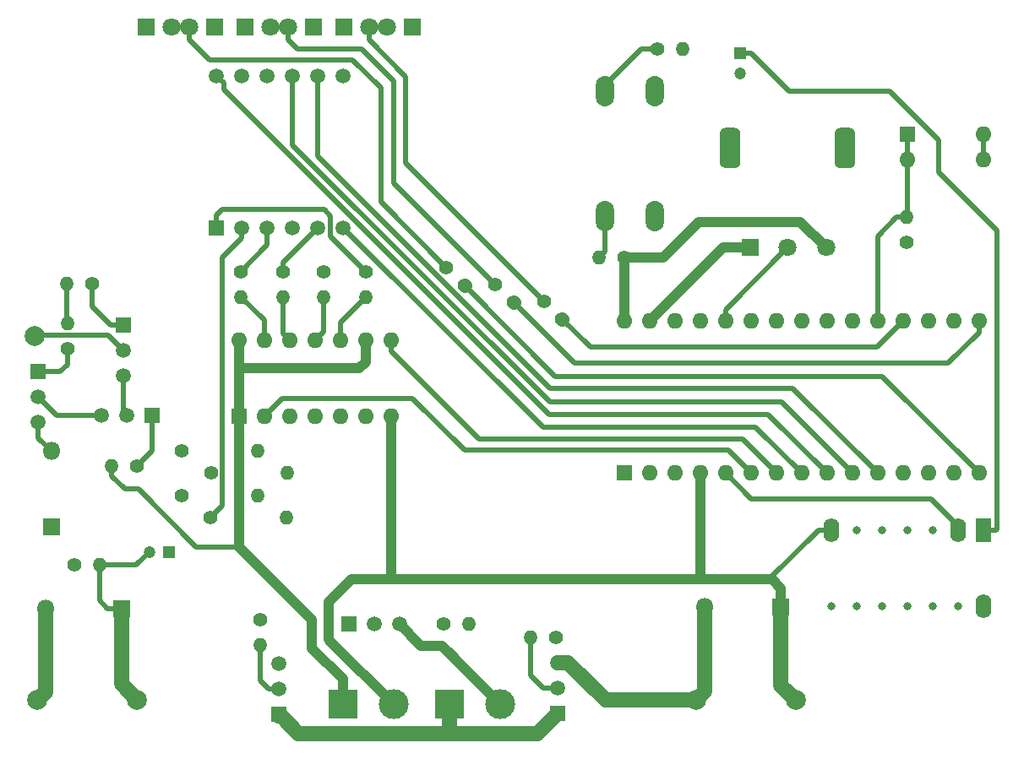
<source format=gtl>
G04 #@! TF.GenerationSoftware,KiCad,Pcbnew,(5.0.0)*
G04 #@! TF.CreationDate,2019-11-21T16:47:14+05:30*
G04 #@! TF.ProjectId,Smartarter,536D61727461727465722E6B69636164,rev?*
G04 #@! TF.SameCoordinates,Original*
G04 #@! TF.FileFunction,Copper,L1,Top,Signal*
G04 #@! TF.FilePolarity,Positive*
%FSLAX46Y46*%
G04 Gerber Fmt 4.6, Leading zero omitted, Abs format (unit mm)*
G04 Created by KiCad (PCBNEW (5.0.0)) date 11/21/19 16:47:14*
%MOMM*%
%LPD*%
G01*
G04 APERTURE LIST*
G04 #@! TA.AperFunction,ComponentPad*
%ADD10R,1.600000X1.600000*%
G04 #@! TD*
G04 #@! TA.AperFunction,ComponentPad*
%ADD11O,1.600000X1.600000*%
G04 #@! TD*
G04 #@! TA.AperFunction,Conductor*
%ADD12C,0.100000*%
G04 #@! TD*
G04 #@! TA.AperFunction,ComponentPad*
%ADD13C,2.000000*%
G04 #@! TD*
G04 #@! TA.AperFunction,ComponentPad*
%ADD14R,1.800000X1.800000*%
G04 #@! TD*
G04 #@! TA.AperFunction,ComponentPad*
%ADD15C,1.800000*%
G04 #@! TD*
G04 #@! TA.AperFunction,ComponentPad*
%ADD16C,1.500000*%
G04 #@! TD*
G04 #@! TA.AperFunction,ComponentPad*
%ADD17R,1.500000X1.500000*%
G04 #@! TD*
G04 #@! TA.AperFunction,ComponentPad*
%ADD18O,1.850000X3.048000*%
G04 #@! TD*
G04 #@! TA.AperFunction,ComponentPad*
%ADD19C,1.998980*%
G04 #@! TD*
G04 #@! TA.AperFunction,ComponentPad*
%ADD20O,1.800000X1.800000*%
G04 #@! TD*
G04 #@! TA.AperFunction,ComponentPad*
%ADD21O,1.400000X1.400000*%
G04 #@! TD*
G04 #@! TA.AperFunction,ComponentPad*
%ADD22C,1.400000*%
G04 #@! TD*
G04 #@! TA.AperFunction,ComponentPad*
%ADD23C,1.200000*%
G04 #@! TD*
G04 #@! TA.AperFunction,ComponentPad*
%ADD24R,1.200000X1.200000*%
G04 #@! TD*
G04 #@! TA.AperFunction,ComponentPad*
%ADD25C,3.000000*%
G04 #@! TD*
G04 #@! TA.AperFunction,ComponentPad*
%ADD26R,3.000000X3.000000*%
G04 #@! TD*
G04 #@! TA.AperFunction,Conductor*
%ADD27C,1.400000*%
G04 #@! TD*
G04 #@! TA.AperFunction,ComponentPad*
%ADD28O,1.600000X2.400000*%
G04 #@! TD*
G04 #@! TA.AperFunction,ComponentPad*
%ADD29C,0.800000*%
G04 #@! TD*
G04 #@! TA.AperFunction,ComponentPad*
%ADD30R,1.600000X2.400000*%
G04 #@! TD*
G04 #@! TA.AperFunction,Conductor*
%ADD31C,1.500000*%
G04 #@! TD*
G04 #@! TA.AperFunction,Conductor*
%ADD32C,1.000000*%
G04 #@! TD*
G04 #@! TA.AperFunction,Conductor*
%ADD33C,0.500000*%
G04 #@! TD*
G04 #@! TA.AperFunction,Conductor*
%ADD34C,0.250000*%
G04 #@! TD*
G04 APERTURE END LIST*
D10*
G04 #@! TO.P,A1,1*
G04 #@! TO.N,N/C*
X123300000Y-112700000D03*
D11*
G04 #@! TO.P,A1,17*
X156320000Y-97460000D03*
G04 #@! TO.P,A1,2*
X125840000Y-112700000D03*
G04 #@! TO.P,A1,18*
X153780000Y-97460000D03*
G04 #@! TO.P,A1,3*
X128380000Y-112700000D03*
G04 #@! TO.P,A1,19*
G04 #@! TO.N,/otherLed*
X151240000Y-97460000D03*
G04 #@! TO.P,A1,4*
G04 #@! TO.N,GND*
X130920000Y-112700000D03*
G04 #@! TO.P,A1,20*
G04 #@! TO.N,/slideSwitch*
X148700000Y-97460000D03*
G04 #@! TO.P,A1,5*
G04 #@! TO.N,/pushButton*
X133460000Y-112700000D03*
G04 #@! TO.P,A1,21*
G04 #@! TO.N,/monitor*
X146160000Y-97460000D03*
G04 #@! TO.P,A1,6*
G04 #@! TO.N,/data*
X136000000Y-112700000D03*
G04 #@! TO.P,A1,22*
G04 #@! TO.N,N/C*
X143620000Y-97460000D03*
G04 #@! TO.P,A1,7*
G04 #@! TO.N,/CLK*
X138540000Y-112700000D03*
G04 #@! TO.P,A1,23*
G04 #@! TO.N,N/C*
X141080000Y-97460000D03*
G04 #@! TO.P,A1,8*
G04 #@! TO.N,/D4*
X141080000Y-112700000D03*
G04 #@! TO.P,A1,24*
G04 #@! TO.N,N/C*
X138540000Y-97460000D03*
G04 #@! TO.P,A1,9*
G04 #@! TO.N,/D1*
X143620000Y-112700000D03*
G04 #@! TO.P,A1,25*
G04 #@! TO.N,N/C*
X136000000Y-97460000D03*
G04 #@! TO.P,A1,10*
G04 #@! TO.N,/D2*
X146160000Y-112700000D03*
G04 #@! TO.P,A1,26*
G04 #@! TO.N,/pot*
X133460000Y-97460000D03*
G04 #@! TO.P,A1,11*
G04 #@! TO.N,/D3*
X148700000Y-112700000D03*
G04 #@! TO.P,A1,27*
G04 #@! TO.N,N/C*
X130920000Y-97460000D03*
G04 #@! TO.P,A1,12*
G04 #@! TO.N,/offRelay*
X151240000Y-112700000D03*
G04 #@! TO.P,A1,28*
G04 #@! TO.N,N/C*
X128380000Y-97460000D03*
G04 #@! TO.P,A1,13*
G04 #@! TO.N,/buzz*
X153780000Y-112700000D03*
G04 #@! TO.P,A1,29*
G04 #@! TO.N,GND*
X125840000Y-97460000D03*
G04 #@! TO.P,A1,14*
G04 #@! TO.N,/onRelay*
X156320000Y-112700000D03*
G04 #@! TO.P,A1,30*
G04 #@! TO.N,+5V*
X123300000Y-97460000D03*
G04 #@! TO.P,A1,15*
G04 #@! TO.N,/onLed*
X158860000Y-112700000D03*
G04 #@! TO.P,A1,16*
G04 #@! TO.N,/offLed*
X158860000Y-97460000D03*
G04 #@! TD*
D12*
G04 #@! TO.N,*
G04 #@! TO.C,POT1*
G36*
X134471319Y-78093671D02*
X134519855Y-78100870D01*
X134567452Y-78112793D01*
X134613652Y-78129323D01*
X134658008Y-78150302D01*
X134700095Y-78175528D01*
X134739507Y-78204758D01*
X134775863Y-78237710D01*
X134808815Y-78274066D01*
X134838045Y-78313478D01*
X134863271Y-78355565D01*
X134884250Y-78399921D01*
X134900780Y-78446121D01*
X134912703Y-78493718D01*
X134919902Y-78542254D01*
X134922310Y-78591263D01*
X134922310Y-81591263D01*
X134919902Y-81640272D01*
X134912703Y-81688808D01*
X134900780Y-81736405D01*
X134884250Y-81782605D01*
X134863271Y-81826961D01*
X134838045Y-81869048D01*
X134808815Y-81908460D01*
X134775863Y-81944816D01*
X134739507Y-81977768D01*
X134700095Y-82006998D01*
X134658008Y-82032224D01*
X134613652Y-82053203D01*
X134567452Y-82069733D01*
X134519855Y-82081656D01*
X134471319Y-82088855D01*
X134422310Y-82091263D01*
X133422310Y-82091263D01*
X133373301Y-82088855D01*
X133324765Y-82081656D01*
X133277168Y-82069733D01*
X133230968Y-82053203D01*
X133186612Y-82032224D01*
X133144525Y-82006998D01*
X133105113Y-81977768D01*
X133068757Y-81944816D01*
X133035805Y-81908460D01*
X133006575Y-81869048D01*
X132981349Y-81826961D01*
X132960370Y-81782605D01*
X132943840Y-81736405D01*
X132931917Y-81688808D01*
X132924718Y-81640272D01*
X132922310Y-81591263D01*
X132922310Y-78591263D01*
X132924718Y-78542254D01*
X132931917Y-78493718D01*
X132943840Y-78446121D01*
X132960370Y-78399921D01*
X132981349Y-78355565D01*
X133006575Y-78313478D01*
X133035805Y-78274066D01*
X133068757Y-78237710D01*
X133105113Y-78204758D01*
X133144525Y-78175528D01*
X133186612Y-78150302D01*
X133230968Y-78129323D01*
X133277168Y-78112793D01*
X133324765Y-78100870D01*
X133373301Y-78093671D01*
X133422310Y-78091263D01*
X134422310Y-78091263D01*
X134471319Y-78093671D01*
X134471319Y-78093671D01*
G37*
D13*
G04 #@! TD*
G04 #@! TO.P,POT1,*
G04 #@! TO.N,*
X133922310Y-80091263D03*
D14*
G04 #@! TO.P,POT1,1*
G04 #@! TO.N,GND*
X135902310Y-90091263D03*
D15*
G04 #@! TO.P,POT1,2*
G04 #@! TO.N,/pot*
X139672310Y-90091263D03*
G04 #@! TO.P,POT1,3*
G04 #@! TO.N,+5V*
X143522310Y-90091263D03*
D12*
G04 #@! TD*
G04 #@! TO.N,*
G04 #@! TO.C,POT1*
G36*
X145971319Y-78093671D02*
X146019855Y-78100870D01*
X146067452Y-78112793D01*
X146113652Y-78129323D01*
X146158008Y-78150302D01*
X146200095Y-78175528D01*
X146239507Y-78204758D01*
X146275863Y-78237710D01*
X146308815Y-78274066D01*
X146338045Y-78313478D01*
X146363271Y-78355565D01*
X146384250Y-78399921D01*
X146400780Y-78446121D01*
X146412703Y-78493718D01*
X146419902Y-78542254D01*
X146422310Y-78591263D01*
X146422310Y-81591263D01*
X146419902Y-81640272D01*
X146412703Y-81688808D01*
X146400780Y-81736405D01*
X146384250Y-81782605D01*
X146363271Y-81826961D01*
X146338045Y-81869048D01*
X146308815Y-81908460D01*
X146275863Y-81944816D01*
X146239507Y-81977768D01*
X146200095Y-82006998D01*
X146158008Y-82032224D01*
X146113652Y-82053203D01*
X146067452Y-82069733D01*
X146019855Y-82081656D01*
X145971319Y-82088855D01*
X145922310Y-82091263D01*
X144922310Y-82091263D01*
X144873301Y-82088855D01*
X144824765Y-82081656D01*
X144777168Y-82069733D01*
X144730968Y-82053203D01*
X144686612Y-82032224D01*
X144644525Y-82006998D01*
X144605113Y-81977768D01*
X144568757Y-81944816D01*
X144535805Y-81908460D01*
X144506575Y-81869048D01*
X144481349Y-81826961D01*
X144460370Y-81782605D01*
X144443840Y-81736405D01*
X144431917Y-81688808D01*
X144424718Y-81640272D01*
X144422310Y-81591263D01*
X144422310Y-78591263D01*
X144424718Y-78542254D01*
X144431917Y-78493718D01*
X144443840Y-78446121D01*
X144460370Y-78399921D01*
X144481349Y-78355565D01*
X144506575Y-78313478D01*
X144535805Y-78274066D01*
X144568757Y-78237710D01*
X144605113Y-78204758D01*
X144644525Y-78175528D01*
X144686612Y-78150302D01*
X144730968Y-78129323D01*
X144777168Y-78112793D01*
X144824765Y-78100870D01*
X144873301Y-78093671D01*
X144922310Y-78091263D01*
X145922310Y-78091263D01*
X145971319Y-78093671D01*
X145971319Y-78093671D01*
G37*
D13*
G04 #@! TO.P,POT1,*
G04 #@! TO.N,*
X145422310Y-80091263D03*
G04 #@! TD*
D16*
G04 #@! TO.P,Q5,2*
G04 #@! TO.N,Net-(Q5-Pad2)*
X73460000Y-106900000D03*
G04 #@! TO.P,Q5,3*
G04 #@! TO.N,Net-(Q4-Pad2)*
X70920000Y-106900000D03*
D17*
G04 #@! TO.P,Q5,1*
G04 #@! TO.N,Net-(Q5-Pad1)*
X76000000Y-106900000D03*
G04 #@! TD*
D18*
G04 #@! TO.P,SW1,1*
G04 #@! TO.N,GND*
X126400000Y-86900000D03*
G04 #@! TO.P,SW1,2*
G04 #@! TO.N,Net-(R20-Pad1)*
X121400000Y-86900000D03*
G04 #@! TO.P,SW1,1*
G04 #@! TO.N,GND*
X126400000Y-74400000D03*
G04 #@! TO.P,SW1,2*
G04 #@! TO.N,Net-(R20-Pad1)*
X121400000Y-74400000D03*
G04 #@! TD*
D16*
G04 #@! TO.P,U1,12*
G04 #@! TO.N,/D1*
X82472310Y-72851265D03*
G04 #@! TO.P,U1,11*
G04 #@! TO.N,Net-(R4-Pad1)*
X85012310Y-72851265D03*
G04 #@! TO.P,U1,10*
G04 #@! TO.N,Net-(R9-Pad1)*
X87552310Y-72851265D03*
G04 #@! TO.P,U1,9*
G04 #@! TO.N,/D2*
X90092310Y-72851265D03*
G04 #@! TO.P,U1,8*
G04 #@! TO.N,/D3*
X92632310Y-72851265D03*
G04 #@! TO.P,U1,7*
G04 #@! TO.N,Net-(R5-Pad1)*
X95172310Y-72851265D03*
G04 #@! TO.P,U1,6*
G04 #@! TO.N,/D4*
X95172310Y-88091265D03*
G04 #@! TO.P,U1,5*
G04 #@! TO.N,Net-(R10-Pad1)*
X92632310Y-88091265D03*
G04 #@! TO.P,U1,4*
G04 #@! TO.N,Net-(R6-Pad1)*
X90092310Y-88091265D03*
G04 #@! TO.P,U1,3*
G04 #@! TO.N,Net-(R11-Pad1)*
X87552310Y-88091265D03*
G04 #@! TO.P,U1,2*
G04 #@! TO.N,Net-(R7-Pad1)*
X85012310Y-88091265D03*
D17*
G04 #@! TO.P,U1,1*
G04 #@! TO.N,Net-(R8-Pad1)*
X82472310Y-88091265D03*
G04 #@! TD*
D19*
G04 #@! TO.P,ANT1,1*
G04 #@! TO.N,Net-(ANT1-Pad1)*
X64200000Y-98927692D03*
G04 #@! TD*
D20*
G04 #@! TO.P,D1,2*
G04 #@! TO.N,Net-(D1-Pad2)*
X65900000Y-110480000D03*
D14*
G04 #@! TO.P,D1,1*
G04 #@! TO.N,/monitor*
X65900000Y-118100000D03*
G04 #@! TD*
D21*
G04 #@! TO.P,R14,2*
G04 #@! TO.N,GND*
X70740000Y-121900000D03*
D22*
G04 #@! TO.P,R14,1*
G04 #@! TO.N,/monitor*
X68200000Y-121900000D03*
G04 #@! TD*
D23*
G04 #@! TO.P,C2,2*
G04 #@! TO.N,GND*
X75700000Y-120600000D03*
D24*
G04 #@! TO.P,C2,1*
G04 #@! TO.N,/monitor*
X77700000Y-120600000D03*
G04 #@! TD*
D21*
G04 #@! TO.P,R15,2*
G04 #@! TO.N,+5V*
X67500000Y-97660000D03*
D22*
G04 #@! TO.P,R15,1*
G04 #@! TO.N,Net-(Q4-Pad1)*
X67500000Y-100200000D03*
G04 #@! TD*
D21*
G04 #@! TO.P,R16,2*
G04 #@! TO.N,+5V*
X71960000Y-112000000D03*
D22*
G04 #@! TO.P,R16,1*
G04 #@! TO.N,Net-(Q5-Pad1)*
X74500000Y-112000000D03*
G04 #@! TD*
D21*
G04 #@! TO.P,R17,2*
G04 #@! TO.N,+5V*
X67460000Y-93700000D03*
D22*
G04 #@! TO.P,R17,1*
G04 #@! TO.N,Net-(Q6-Pad1)*
X70000000Y-93700000D03*
G04 #@! TD*
D15*
G04 #@! TO.P,y1,2*
G04 #@! TO.N,Net-(R3-Pad1)*
X99560000Y-68000000D03*
D14*
G04 #@! TO.P,y1,1*
G04 #@! TO.N,GND*
X102100000Y-68000000D03*
G04 #@! TD*
D15*
G04 #@! TO.P,r1,2*
G04 #@! TO.N,Net-(R2-Pad1)*
X87840000Y-68000000D03*
D14*
G04 #@! TO.P,r1,1*
G04 #@! TO.N,GND*
X85300000Y-68000000D03*
G04 #@! TD*
D15*
G04 #@! TO.P,g1,2*
G04 #@! TO.N,Net-(R1-Pad1)*
X77940000Y-68000000D03*
D14*
G04 #@! TO.P,g1,1*
G04 #@! TO.N,GND*
X75400000Y-68000000D03*
G04 #@! TD*
D25*
G04 #@! TO.P,J1,2*
G04 #@! TO.N,/bz*
X110888737Y-135872309D03*
D26*
G04 #@! TO.P,J1,1*
G04 #@! TO.N,+12V*
X105808737Y-135872309D03*
G04 #@! TD*
D13*
G04 #@! TO.P,onRelay1,5*
G04 #@! TO.N,GND*
X140508736Y-135472310D03*
G04 #@! TO.P,onRelay1,1*
G04 #@! TO.N,Net-(D4-Pad2)*
X130508736Y-135472310D03*
G04 #@! TD*
G04 #@! TO.P,offRelay1,5*
G04 #@! TO.N,GND*
X74508736Y-135472308D03*
G04 #@! TO.P,offRelay1,1*
G04 #@! TO.N,Net-(D5-Pad2)*
X64508736Y-135472308D03*
G04 #@! TD*
D25*
G04 #@! TO.P,J2,2*
G04 #@! TO.N,GND*
X100188736Y-135872308D03*
D26*
G04 #@! TO.P,J2,1*
G04 #@! TO.N,+5V*
X95108736Y-135872308D03*
G04 #@! TD*
D20*
G04 #@! TO.P,D4,2*
G04 #@! TO.N,Net-(D4-Pad2)*
X131388736Y-126172308D03*
D14*
G04 #@! TO.P,D4,1*
G04 #@! TO.N,GND*
X139008736Y-126172308D03*
G04 #@! TD*
D20*
G04 #@! TO.P,D5,2*
G04 #@! TO.N,Net-(D5-Pad2)*
X65288736Y-126272310D03*
D14*
G04 #@! TO.P,D5,1*
G04 #@! TO.N,GND*
X72908736Y-126272310D03*
G04 #@! TD*
D23*
G04 #@! TO.P,C1,2*
G04 #@! TO.N,GND*
X134900000Y-72600000D03*
D24*
G04 #@! TO.P,C1,1*
G04 #@! TO.N,Net-(C1-Pad1)*
X134900000Y-70600000D03*
G04 #@! TD*
D22*
G04 #@! TO.P,R1,2*
G04 #@! TO.N,/onLed*
X107296051Y-93896051D03*
D27*
G04 #@! TD*
G04 #@! TO.N,/onLed*
G04 #@! TO.C,R1*
X107296051Y-93896051D02*
X107296051Y-93896051D01*
D22*
G04 #@! TO.P,R1,1*
G04 #@! TO.N,Net-(R1-Pad1)*
X105500000Y-92100000D03*
G04 #@! TD*
G04 #@! TO.P,R2,2*
G04 #@! TO.N,/offLed*
X112196051Y-95596051D03*
D27*
G04 #@! TD*
G04 #@! TO.N,/offLed*
G04 #@! TO.C,R2*
X112196051Y-95596051D02*
X112196051Y-95596051D01*
D22*
G04 #@! TO.P,R2,1*
G04 #@! TO.N,Net-(R2-Pad1)*
X110400000Y-93800000D03*
G04 #@! TD*
G04 #@! TO.P,R3,2*
G04 #@! TO.N,/otherLed*
X117096051Y-97296051D03*
D27*
G04 #@! TD*
G04 #@! TO.N,/otherLed*
G04 #@! TO.C,R3*
X117096051Y-97296051D02*
X117096051Y-97296051D01*
D22*
G04 #@! TO.P,R3,1*
G04 #@! TO.N,Net-(R3-Pad1)*
X115300000Y-95500000D03*
G04 #@! TD*
D21*
G04 #@! TO.P,R8,2*
G04 #@! TO.N,Net-(R8-Pad2)*
X97400000Y-95040000D03*
D22*
G04 #@! TO.P,R8,1*
G04 #@! TO.N,Net-(R8-Pad1)*
X97400000Y-92500000D03*
G04 #@! TD*
D21*
G04 #@! TO.P,R9,2*
G04 #@! TO.N,Net-(R9-Pad2)*
X93200000Y-95040000D03*
D22*
G04 #@! TO.P,R9,1*
G04 #@! TO.N,Net-(R9-Pad1)*
X93200000Y-92500000D03*
G04 #@! TD*
D21*
G04 #@! TO.P,R10,2*
G04 #@! TO.N,Net-(R10-Pad2)*
X89100000Y-95040000D03*
D22*
G04 #@! TO.P,R10,1*
G04 #@! TO.N,Net-(R10-Pad1)*
X89100000Y-92500000D03*
G04 #@! TD*
D21*
G04 #@! TO.P,R11,2*
G04 #@! TO.N,Net-(R11-Pad2)*
X84900000Y-95040000D03*
D22*
G04 #@! TO.P,R11,1*
G04 #@! TO.N,Net-(R11-Pad1)*
X84900000Y-92500000D03*
G04 #@! TD*
D21*
G04 #@! TO.P,R12,2*
G04 #@! TO.N,/slideSwitch*
X151572309Y-87051264D03*
D22*
G04 #@! TO.P,R12,1*
G04 #@! TO.N,GND*
X151572309Y-89591264D03*
G04 #@! TD*
D21*
G04 #@! TO.P,R13,2*
G04 #@! TO.N,/buzz*
X107748740Y-127872311D03*
D22*
G04 #@! TO.P,R13,1*
G04 #@! TO.N,Net-(Q3-Pad2)*
X105208740Y-127872311D03*
G04 #@! TD*
D21*
G04 #@! TO.P,R18,2*
G04 #@! TO.N,Net-(Q2-Pad2)*
X86800000Y-129940000D03*
D22*
G04 #@! TO.P,R18,1*
G04 #@! TO.N,/offRelay*
X86800000Y-127400000D03*
G04 #@! TD*
D21*
G04 #@! TO.P,R19,2*
G04 #@! TO.N,Net-(Q1-Pad2)*
X113960000Y-129200000D03*
D22*
G04 #@! TO.P,R19,1*
G04 #@! TO.N,/onRelay*
X116500000Y-129200000D03*
G04 #@! TD*
D21*
G04 #@! TO.P,R20,2*
G04 #@! TO.N,Net-(C1-Pad1)*
X129140000Y-70200000D03*
D22*
G04 #@! TO.P,R20,1*
G04 #@! TO.N,Net-(R20-Pad1)*
X126600000Y-70200000D03*
G04 #@! TD*
D21*
G04 #@! TO.P,R21,2*
G04 #@! TO.N,Net-(R20-Pad1)*
X120760000Y-91100000D03*
D22*
G04 #@! TO.P,R21,1*
G04 #@! TO.N,+5V*
X123300000Y-91100000D03*
G04 #@! TD*
D11*
G04 #@! TO.P,SW2,4*
G04 #@! TO.N,+5V*
X159292310Y-78691263D03*
G04 #@! TO.P,SW2,2*
G04 #@! TO.N,/slideSwitch*
X151672310Y-81231263D03*
G04 #@! TO.P,SW2,3*
G04 #@! TO.N,+5V*
X159292310Y-81231263D03*
D10*
G04 #@! TO.P,SW2,1*
G04 #@! TO.N,/slideSwitch*
X151672310Y-78691263D03*
G04 #@! TD*
D15*
G04 #@! TO.P,g2,2*
G04 #@! TO.N,Net-(R1-Pad1)*
X79760000Y-68000000D03*
D14*
G04 #@! TO.P,g2,1*
G04 #@! TO.N,GND*
X82300000Y-68000000D03*
G04 #@! TD*
D15*
G04 #@! TO.P,r2,2*
G04 #@! TO.N,Net-(R2-Pad1)*
X89660000Y-68000000D03*
D14*
G04 #@! TO.P,r2,1*
G04 #@! TO.N,GND*
X92200000Y-68000000D03*
G04 #@! TD*
D15*
G04 #@! TO.P,y2,2*
G04 #@! TO.N,Net-(R3-Pad1)*
X97740000Y-68000000D03*
D14*
G04 #@! TO.P,y2,1*
G04 #@! TO.N,GND*
X95200000Y-68000000D03*
G04 #@! TD*
D21*
G04 #@! TO.P,R4,2*
G04 #@! TO.N,Net-(R4-Pad2)*
X86620000Y-110500000D03*
D22*
G04 #@! TO.P,R4,1*
G04 #@! TO.N,Net-(R4-Pad1)*
X79000000Y-110500000D03*
G04 #@! TD*
D21*
G04 #@! TO.P,R5,2*
G04 #@! TO.N,Net-(R5-Pad2)*
X89520000Y-112700000D03*
D22*
G04 #@! TO.P,R5,1*
G04 #@! TO.N,Net-(R5-Pad1)*
X81900000Y-112700000D03*
G04 #@! TD*
D21*
G04 #@! TO.P,R6,2*
G04 #@! TO.N,Net-(R6-Pad2)*
X86620000Y-115000000D03*
D22*
G04 #@! TO.P,R6,1*
G04 #@! TO.N,Net-(R6-Pad1)*
X79000000Y-115000000D03*
G04 #@! TD*
D21*
G04 #@! TO.P,R7,2*
G04 #@! TO.N,Net-(R7-Pad2)*
X89420000Y-117200000D03*
D22*
G04 #@! TO.P,R7,1*
G04 #@! TO.N,Net-(R7-Pad1)*
X81800000Y-117200000D03*
G04 #@! TD*
D28*
G04 #@! TO.P,U7414,14*
G04 #@! TO.N,+5V*
X159300000Y-126020000D03*
G04 #@! TO.P,U7414,7*
G04 #@! TO.N,GND*
X144060000Y-118400000D03*
D29*
G04 #@! TO.P,U7414,13*
G04 #@! TO.N,N/C*
X156760000Y-126020000D03*
G04 #@! TO.P,U7414,6*
X146600000Y-118400000D03*
G04 #@! TO.P,U7414,12*
X154220000Y-126020000D03*
G04 #@! TO.P,U7414,5*
X149140000Y-118400000D03*
G04 #@! TO.P,U7414,11*
X151680000Y-126020000D03*
G04 #@! TO.P,U7414,4*
X151680000Y-118400000D03*
G04 #@! TO.P,U7414,10*
X149140000Y-126020000D03*
G04 #@! TO.P,U7414,3*
X154220000Y-118400000D03*
G04 #@! TO.P,U7414,9*
X146600000Y-126020000D03*
D28*
G04 #@! TO.P,U7414,2*
G04 #@! TO.N,/pushButton*
X156760000Y-118400000D03*
D29*
G04 #@! TO.P,U7414,8*
G04 #@! TO.N,N/C*
X144060000Y-126020000D03*
D30*
G04 #@! TO.P,U7414,1*
G04 #@! TO.N,Net-(C1-Pad1)*
X159300000Y-118400000D03*
G04 #@! TD*
D10*
G04 #@! TO.P,U74164,1*
G04 #@! TO.N,+5V*
X84700000Y-107000000D03*
D11*
G04 #@! TO.P,U74164,8*
G04 #@! TO.N,/CLK*
X99940000Y-99380000D03*
G04 #@! TO.P,U74164,2*
G04 #@! TO.N,/data*
X87240000Y-107000000D03*
G04 #@! TO.P,U74164,9*
G04 #@! TO.N,+5V*
X97400000Y-99380000D03*
G04 #@! TO.P,U74164,3*
G04 #@! TO.N,Net-(R4-Pad2)*
X89780000Y-107000000D03*
G04 #@! TO.P,U74164,10*
G04 #@! TO.N,Net-(R8-Pad2)*
X94860000Y-99380000D03*
G04 #@! TO.P,U74164,4*
G04 #@! TO.N,Net-(R5-Pad2)*
X92320000Y-107000000D03*
G04 #@! TO.P,U74164,11*
G04 #@! TO.N,Net-(R9-Pad2)*
X92320000Y-99380000D03*
G04 #@! TO.P,U74164,5*
G04 #@! TO.N,Net-(R6-Pad2)*
X94860000Y-107000000D03*
G04 #@! TO.P,U74164,12*
G04 #@! TO.N,Net-(R10-Pad2)*
X89780000Y-99380000D03*
G04 #@! TO.P,U74164,6*
G04 #@! TO.N,Net-(R7-Pad2)*
X97400000Y-107000000D03*
G04 #@! TO.P,U74164,13*
G04 #@! TO.N,Net-(R11-Pad2)*
X87240000Y-99380000D03*
G04 #@! TO.P,U74164,7*
G04 #@! TO.N,GND*
X99940000Y-107000000D03*
G04 #@! TO.P,U74164,14*
G04 #@! TO.N,+5V*
X84700000Y-99380000D03*
G04 #@! TD*
D16*
G04 #@! TO.P,Q1,2*
G04 #@! TO.N,Net-(Q1-Pad2)*
X116608735Y-134232309D03*
G04 #@! TO.P,Q1,3*
G04 #@! TO.N,Net-(D4-Pad2)*
X116608735Y-131692309D03*
D17*
G04 #@! TO.P,Q1,1*
G04 #@! TO.N,+12V*
X116608735Y-136772309D03*
G04 #@! TD*
G04 #@! TO.P,Q2,1*
G04 #@! TO.N,+12V*
X88708738Y-136872310D03*
D16*
G04 #@! TO.P,Q2,3*
G04 #@! TO.N,Net-(D5-Pad2)*
X88708738Y-131792310D03*
G04 #@! TO.P,Q2,2*
G04 #@! TO.N,Net-(Q2-Pad2)*
X88708738Y-134332310D03*
G04 #@! TD*
G04 #@! TO.P,Q3,2*
G04 #@! TO.N,Net-(Q3-Pad2)*
X98240000Y-127872310D03*
G04 #@! TO.P,Q3,3*
G04 #@! TO.N,/bz*
X100780000Y-127872310D03*
D17*
G04 #@! TO.P,Q3,1*
G04 #@! TO.N,+12V*
X95700000Y-127872310D03*
G04 #@! TD*
G04 #@! TO.P,Q4,1*
G04 #@! TO.N,Net-(Q4-Pad1)*
X64600000Y-102500000D03*
D16*
G04 #@! TO.P,Q4,3*
G04 #@! TO.N,Net-(D1-Pad2)*
X64600000Y-107580000D03*
G04 #@! TO.P,Q4,2*
G04 #@! TO.N,Net-(Q4-Pad2)*
X64600000Y-105040000D03*
G04 #@! TD*
D17*
G04 #@! TO.P,Q6,1*
G04 #@! TO.N,Net-(Q6-Pad1)*
X73091266Y-97827690D03*
D16*
G04 #@! TO.P,Q6,3*
G04 #@! TO.N,Net-(Q5-Pad2)*
X73091266Y-102907690D03*
G04 #@! TO.P,Q6,2*
G04 #@! TO.N,Net-(ANT1-Pad1)*
X73091266Y-100367690D03*
G04 #@! TD*
D31*
G04 #@! TO.N,GND*
X139008736Y-133972308D02*
X140508737Y-135472309D01*
X139008736Y-126172308D02*
X139008736Y-133972308D01*
X72908739Y-133872308D02*
X74508735Y-135472312D01*
X72908736Y-126272310D02*
X72908739Y-133872308D01*
D32*
X139008736Y-126172308D02*
X139008737Y-124272309D01*
X139008737Y-124272309D02*
X138108737Y-123372308D01*
X113908737Y-123372308D02*
X113208737Y-123372310D01*
X100408737Y-123372307D02*
X100408734Y-123372310D01*
X113208737Y-123372310D02*
X101900000Y-123372307D01*
X101900000Y-123372307D02*
X100408737Y-123372307D01*
X135400000Y-123372308D02*
X133000000Y-123372308D01*
X99940000Y-123332310D02*
X99900000Y-123372310D01*
X99940000Y-107000000D02*
X99940000Y-123332310D01*
X100408734Y-123372310D02*
X99900000Y-123372310D01*
X133000000Y-123372308D02*
X130900000Y-123372308D01*
X130900000Y-123372308D02*
X113908737Y-123372308D01*
X130920000Y-123352308D02*
X130900000Y-123372308D01*
X130920000Y-112700000D02*
X130920000Y-123352308D01*
X133208737Y-90091263D02*
X125840000Y-97460000D01*
X135902310Y-90091263D02*
X133208737Y-90091263D01*
D33*
X137787692Y-123372308D02*
X136400000Y-123372308D01*
X142760000Y-118400000D02*
X137787692Y-123372308D01*
X144060000Y-118400000D02*
X142760000Y-118400000D01*
D32*
X138108737Y-123372308D02*
X136400000Y-123372308D01*
X136400000Y-123372308D02*
X135400000Y-123372308D01*
D33*
X71508736Y-126272310D02*
X72908736Y-126272310D01*
X70740000Y-125503574D02*
X71508736Y-126272310D01*
X70740000Y-121900000D02*
X70740000Y-125503574D01*
X74400000Y-121900000D02*
X75700000Y-120600000D01*
X70740000Y-121900000D02*
X74400000Y-121900000D01*
D32*
X93888735Y-129572310D02*
X100188737Y-135872310D01*
X93708738Y-129392313D02*
X93888735Y-129572310D01*
X93708735Y-125672311D02*
X93708738Y-129392313D01*
X99900000Y-123372310D02*
X96008736Y-123372310D01*
X96008736Y-123372310D02*
X93708735Y-125672311D01*
D31*
G04 #@! TO.N,+12V*
X88913749Y-137077318D02*
X88708735Y-137077319D01*
X90653814Y-138817387D02*
X88913749Y-137077318D01*
X108908737Y-138817386D02*
X114563660Y-138817386D01*
X104308737Y-138817387D02*
X90653814Y-138817387D01*
X105808736Y-138717387D02*
X105908737Y-138817387D01*
X105808737Y-135872309D02*
X105808736Y-138717387D01*
X104308737Y-138817387D02*
X105908737Y-138817387D01*
X105908737Y-138817387D02*
X108908737Y-138817386D01*
X116608735Y-136772311D02*
X114563660Y-138817386D01*
X116608735Y-136772309D02*
X116608735Y-136772311D01*
D33*
G04 #@! TO.N,Net-(R8-Pad2)*
X97400000Y-95040000D02*
X94860000Y-97580000D01*
X94860000Y-99380000D02*
X94860000Y-97580000D01*
G04 #@! TO.N,Net-(R9-Pad2)*
X93200000Y-98500000D02*
X92320000Y-99380000D01*
X93200000Y-95040000D02*
X93200000Y-98500000D01*
G04 #@! TO.N,Net-(R10-Pad2)*
X89100000Y-98700000D02*
X89780000Y-99380000D01*
X89100000Y-95040000D02*
X89100000Y-98700000D01*
G04 #@! TO.N,Net-(R11-Pad2)*
X87240000Y-97380000D02*
X87240000Y-99380000D01*
X84900000Y-95040000D02*
X87240000Y-97380000D01*
D32*
G04 #@! TO.N,+5V*
X95108736Y-133372308D02*
X95108736Y-135872308D01*
X92000000Y-130263572D02*
X95108736Y-133372308D01*
X84700000Y-103100000D02*
X84700000Y-107000000D01*
X96780000Y-102200000D02*
X85600000Y-102200000D01*
X97400000Y-99380000D02*
X97400000Y-101580000D01*
X97400000Y-101580000D02*
X96780000Y-102200000D01*
X85600000Y-102200000D02*
X84700000Y-102200000D01*
X84700000Y-99380000D02*
X84700000Y-102200000D01*
X84700000Y-102200000D02*
X84700000Y-103100000D01*
X86700000Y-122100000D02*
X92000000Y-127400000D01*
X92000000Y-127400000D02*
X92000000Y-130263572D01*
X86700000Y-122100000D02*
X84700000Y-120100000D01*
X84700000Y-107000000D02*
X84700000Y-120100000D01*
X123300000Y-91100000D02*
X123300000Y-97460000D01*
X140931047Y-87500000D02*
X143522310Y-90091263D01*
X140931047Y-87500000D02*
X130800000Y-87500000D01*
X127200000Y-91100000D02*
X123300000Y-91100000D01*
X130800000Y-87500000D02*
X127200000Y-91100000D01*
D33*
X159292310Y-78691263D02*
X159292310Y-81607690D01*
X159292310Y-81607690D02*
X159292310Y-81231263D01*
X67460000Y-97620000D02*
X67500000Y-97660000D01*
X67460000Y-93700000D02*
X67460000Y-97620000D01*
X81400000Y-120100000D02*
X84700000Y-120100000D01*
X80400000Y-120100000D02*
X81400000Y-120100000D01*
X73270051Y-114300000D02*
X74600000Y-114300000D01*
X71960000Y-112989949D02*
X73270051Y-114300000D01*
X71960000Y-112000000D02*
X71960000Y-112989949D01*
X74600000Y-114300000D02*
X80400000Y-120100000D01*
D31*
G04 #@! TO.N,Net-(D4-Pad2)*
X131388738Y-134592307D02*
X130508738Y-135472308D01*
X131388737Y-126172309D02*
X131388738Y-134592307D01*
X121449395Y-135472309D02*
X124400000Y-135472309D01*
X117669395Y-131692309D02*
X121449395Y-135472309D01*
X116608735Y-131692309D02*
X117669395Y-131692309D01*
X130508738Y-135472308D02*
X124400000Y-135472309D01*
G04 #@! TO.N,Net-(D5-Pad2)*
X65288737Y-126272308D02*
X65288737Y-134692307D01*
X64508736Y-135472308D02*
X65288737Y-134692307D01*
D34*
G04 #@! TO.N,/pushButton*
X151800000Y-115300000D02*
X154060000Y-115300000D01*
X151800000Y-115300000D02*
X151960000Y-115300000D01*
X136060000Y-115300000D02*
X151800000Y-115300000D01*
D33*
X136060000Y-115300000D02*
X154060000Y-115300000D01*
X133460000Y-112700000D02*
X136060000Y-115300000D01*
D34*
X155660000Y-116900000D02*
X156760000Y-118000000D01*
D33*
X155460000Y-116700000D02*
X155400000Y-116640000D01*
X156760000Y-118000000D02*
X155460000Y-116700000D01*
X156760000Y-118400000D02*
X156760000Y-118000000D01*
X154060000Y-115300000D02*
X155400000Y-116640000D01*
X155400000Y-116640000D02*
X155660000Y-116900000D01*
G04 #@! TO.N,Net-(D1-Pad2)*
X64600000Y-109180000D02*
X65900000Y-110480000D01*
X64600000Y-107580000D02*
X64600000Y-109180000D01*
G04 #@! TO.N,Net-(Q4-Pad2)*
X66460000Y-106900000D02*
X70920000Y-106900000D01*
X64600000Y-105040000D02*
X66460000Y-106900000D01*
G04 #@! TO.N,Net-(Q4-Pad1)*
X67500000Y-100200000D02*
X67500000Y-101800000D01*
X66800000Y-102500000D02*
X64600000Y-102500000D01*
X67500000Y-101800000D02*
X66800000Y-102500000D01*
G04 #@! TO.N,Net-(Q5-Pad1)*
X76000000Y-110500000D02*
X74500000Y-112000000D01*
X76000000Y-106900000D02*
X76000000Y-110500000D01*
G04 #@! TO.N,Net-(Q5-Pad2)*
X73091266Y-106531266D02*
X73460000Y-106900000D01*
X73091266Y-102907690D02*
X73091266Y-106531266D01*
G04 #@! TO.N,Net-(Q6-Pad1)*
X72866266Y-97827690D02*
X73091266Y-97827690D01*
X71841266Y-97827690D02*
X73091266Y-97827690D01*
X70000000Y-95986424D02*
X71841266Y-97827690D01*
X70000000Y-93700000D02*
X70000000Y-95986424D01*
G04 #@! TO.N,Net-(C1-Pad1)*
X160600000Y-118400000D02*
X160700000Y-118300000D01*
X159300000Y-118400000D02*
X160600000Y-118400000D01*
D34*
X160700000Y-102300000D02*
X160700000Y-88400000D01*
D33*
X160700000Y-88400000D02*
X160700000Y-102500000D01*
X160700000Y-118300000D02*
X160700000Y-102500000D01*
X160700000Y-102500000D02*
X160700000Y-102300000D01*
X154800000Y-82500000D02*
X160700000Y-88400000D01*
X154800000Y-79300000D02*
X154800000Y-82500000D01*
X149900000Y-74400000D02*
X154800000Y-79300000D01*
X139800000Y-74400000D02*
X149900000Y-74400000D01*
X134900000Y-70600000D02*
X136000000Y-70600000D01*
X136000000Y-70600000D02*
X139800000Y-74400000D01*
G04 #@! TO.N,Net-(Q1-Pad2)*
X115232309Y-134232309D02*
X116608735Y-134232309D01*
X113960000Y-129200000D02*
X113960000Y-132960000D01*
X113960000Y-132960000D02*
X115232309Y-134232309D01*
G04 #@! TO.N,Net-(Q2-Pad2)*
X86815768Y-133500000D02*
X86800000Y-133500000D01*
X87648078Y-134332310D02*
X86815768Y-133500000D01*
X88708738Y-134332310D02*
X87648078Y-134332310D01*
X86800000Y-129940000D02*
X86800000Y-133500000D01*
G04 #@! TO.N,Net-(R20-Pad1)*
X121400000Y-73801000D02*
X121400000Y-74400000D01*
X125001000Y-70200000D02*
X121400000Y-73801000D01*
X126600000Y-70200000D02*
X125001000Y-70200000D01*
X121400000Y-90460000D02*
X120760000Y-91100000D01*
X121400000Y-86900000D02*
X121400000Y-90460000D01*
G04 #@! TO.N,Net-(ANT1-Pad1)*
X64200000Y-98927692D02*
X64227692Y-98900000D01*
X71623576Y-98900000D02*
X73091266Y-100367690D01*
X64227692Y-98900000D02*
X71623576Y-98900000D01*
G04 #@! TO.N,Net-(R7-Pad1)*
X82499999Y-116500001D02*
X81800000Y-117200000D01*
X83050001Y-115949999D02*
X82499999Y-116500001D01*
X83050001Y-91114234D02*
X83050001Y-115949999D01*
X85012310Y-89151925D02*
X83050001Y-91114234D01*
X85012310Y-88091265D02*
X85012310Y-89151925D01*
G04 #@! TO.N,Net-(R8-Pad1)*
X83013575Y-86300000D02*
X93300000Y-86300000D01*
X82472310Y-86841265D02*
X83013575Y-86300000D01*
X82472310Y-88091265D02*
X82472310Y-86841265D01*
X93900000Y-86900000D02*
X93900000Y-89000000D01*
X93300000Y-86300000D02*
X93900000Y-86900000D01*
X97400000Y-92500000D02*
X93900000Y-89000000D01*
G04 #@! TO.N,Net-(R10-Pad1)*
X89100000Y-91623575D02*
X89100000Y-92500000D01*
X92632310Y-88091265D02*
X89100000Y-91623575D01*
G04 #@! TO.N,Net-(R11-Pad1)*
X87552310Y-89847690D02*
X84900000Y-92500000D01*
X87552310Y-88091265D02*
X87552310Y-89847690D01*
D32*
G04 #@! TO.N,/bz*
X105673737Y-130657310D02*
X107008737Y-131992311D01*
X110888738Y-135872309D02*
X107008737Y-131992311D01*
X109388738Y-134372310D02*
X110888737Y-135872309D01*
X105016428Y-130000000D02*
X109388738Y-134372310D01*
X100780000Y-127872310D02*
X102907690Y-130000000D01*
X102907690Y-130000000D02*
X105016428Y-130000000D01*
D33*
G04 #@! TO.N,/D1*
X83222309Y-73601264D02*
X82472310Y-72851265D01*
X83222309Y-74222309D02*
X83222309Y-73601264D01*
X115800000Y-106800000D02*
X83222309Y-74222309D01*
X137720000Y-106800000D02*
X143620000Y-112700000D01*
X115800000Y-106800000D02*
X137720000Y-106800000D01*
G04 #@! TO.N,/pot*
X133460000Y-96303573D02*
X133460000Y-97460000D01*
X139672310Y-90091263D02*
X133460000Y-96303573D01*
G04 #@! TO.N,/onLed*
X149160000Y-103000000D02*
X158860000Y-112700000D01*
X107296051Y-93896051D02*
X116400000Y-103000000D01*
X116400000Y-103000000D02*
X149160000Y-103000000D01*
G04 #@! TO.N,/offLed*
X118300000Y-101700000D02*
X155751370Y-101700000D01*
X112196051Y-95596051D02*
X118300000Y-101700000D01*
X158860000Y-98591370D02*
X155751370Y-101700000D01*
X158860000Y-97460000D02*
X158860000Y-98591370D01*
G04 #@! TO.N,/otherLed*
X150440001Y-98259999D02*
X151240000Y-97460000D01*
X148600000Y-100100000D02*
X150440001Y-98259999D01*
X119900000Y-100100000D02*
X148600000Y-100100000D01*
X117096051Y-97296051D02*
X119900000Y-100100000D01*
G04 #@! TO.N,/data*
X89040000Y-105200000D02*
X102100000Y-105200000D01*
X87240000Y-107000000D02*
X89040000Y-105200000D01*
X102100000Y-105200000D02*
X107300000Y-110400000D01*
X133700000Y-110400000D02*
X136000000Y-112700000D01*
X107300000Y-110400000D02*
X133700000Y-110400000D01*
G04 #@! TO.N,/CLK*
X135140000Y-109300000D02*
X138540000Y-112700000D01*
X108728630Y-109300000D02*
X135140000Y-109300000D01*
X99940000Y-99380000D02*
X99940000Y-100511370D01*
X99940000Y-100511370D02*
X108728630Y-109300000D01*
G04 #@! TO.N,/D4*
X115181045Y-108100000D02*
X95172310Y-88091265D01*
X141080000Y-112700000D02*
X136480000Y-108100000D01*
X136480000Y-108100000D02*
X115181045Y-108100000D01*
G04 #@! TO.N,/D3*
X115897998Y-104200000D02*
X116100000Y-104200000D01*
X92632310Y-80934312D02*
X115897998Y-104200000D01*
X92632310Y-72851265D02*
X92632310Y-80934312D01*
D34*
X116100000Y-104200000D02*
X140200000Y-104200000D01*
D33*
X140200000Y-104200000D02*
X148700000Y-112700000D01*
X115897998Y-104200000D02*
X140200000Y-104200000D01*
G04 #@! TO.N,/D2*
X139060000Y-105600000D02*
X146160000Y-112700000D01*
X115900000Y-105600000D02*
X139060000Y-105600000D01*
X90092310Y-72851265D02*
X90092310Y-79792310D01*
X90092310Y-79792310D02*
X115900000Y-105600000D01*
G04 #@! TO.N,/slideSwitch*
X148700000Y-96328630D02*
X148700000Y-97460000D01*
X148700000Y-88933624D02*
X148700000Y-96328630D01*
X150582360Y-87051264D02*
X148700000Y-88933624D01*
X151572309Y-87051264D02*
X150582360Y-87051264D01*
X151672310Y-86951263D02*
X151572309Y-87051264D01*
X151672310Y-81231263D02*
X151672310Y-86951263D01*
X151672310Y-78691263D02*
X151672310Y-81231263D01*
G04 #@! TO.N,Net-(R1-Pad1)*
X79741843Y-68018157D02*
X79760000Y-68000000D01*
X96100000Y-71300000D02*
X98900000Y-74100000D01*
X81787208Y-71300000D02*
X96100000Y-71300000D01*
X79760000Y-68000000D02*
X79760000Y-69272792D01*
X79760000Y-69272792D02*
X81787208Y-71300000D01*
X98900000Y-85500000D02*
X105500000Y-92100000D01*
X98900000Y-74100000D02*
X98900000Y-85500000D01*
X77940000Y-68000000D02*
X79760000Y-68000000D01*
D34*
G04 #@! TO.N,Net-(R2-Pad1)*
X100200000Y-79400000D02*
X100200000Y-79300000D01*
X100200000Y-73400000D02*
X100200000Y-79100000D01*
X100200000Y-79100000D02*
X100200000Y-79300000D01*
X100200000Y-79100000D02*
X100200000Y-83600000D01*
D33*
X87440000Y-68000000D02*
X90060000Y-68000000D01*
X97000000Y-70200000D02*
X100200000Y-73400000D01*
X100200000Y-83600000D02*
X110400000Y-93800000D01*
X100200000Y-73400000D02*
X100200000Y-83600000D01*
X89660000Y-68000000D02*
X87940000Y-68000000D01*
X90587208Y-70200000D02*
X91300000Y-70200000D01*
X89660000Y-69272792D02*
X90587208Y-70200000D01*
X89660000Y-68000000D02*
X89660000Y-69272792D01*
X91300000Y-70200000D02*
X97000000Y-70200000D01*
D34*
G04 #@! TO.N,Net-(R3-Pad1)*
X101400000Y-78400000D02*
X101400000Y-77500000D01*
X101400000Y-72932792D02*
X101400000Y-77500000D01*
X101400000Y-81600000D02*
X101400000Y-77500000D01*
D33*
X97740000Y-69272792D02*
X101400000Y-72932792D01*
X97740000Y-68000000D02*
X97740000Y-69272792D01*
X101400000Y-81600000D02*
X115300000Y-95500000D01*
X101400000Y-72932792D02*
X101400000Y-81600000D01*
X97740000Y-68000000D02*
X99560000Y-68000000D01*
G04 #@! TD*
M02*

</source>
